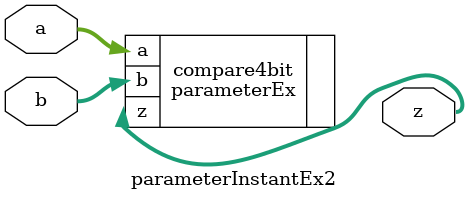
<source format=v>

module parameterInstantEx2
(
    input wire [4:0] a, b, 
    output wire [4:0] z
);

parameterEx compare4bit ( .a(a), .b(b), .z(z));
    defparam compare4bit.N = 5;  // 'defparam' to set the value of parameter

endmodule
</source>
